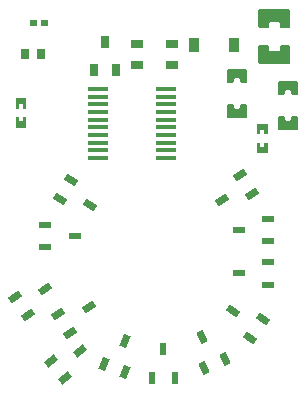
<source format=gtp>
G04 Layer: TopPasteMaskLayer*
G04 EasyEDA v6.5.48, 2025-02-28 21:12:29*
G04 f07ec6733612464396c25f3e913e17d3,f6e0bafd38ec4930a7932960837fbf78,10*
G04 Gerber Generator version 0.2*
G04 Scale: 100 percent, Rotated: No, Reflected: No *
G04 Dimensions in millimeters *
G04 leading zeros omitted , absolute positions ,4 integer and 5 decimal *
%FSLAX45Y45*%
%MOMM*%

%AMMACRO1*21,1,$1,$2,0,0,$3*%
%ADD10R,0.8000X0.9000*%
%ADD11R,0.9500X1.1500*%
%ADD12R,0.8000X1.0000*%
%ADD13MACRO1,1.0699X0.5999X147.9972*%
%ADD14MACRO1,1.07X0.5999X147.9971*%
%ADD15MACRO1,1.07X0.6001X148.0005*%
%ADD16MACRO1,1.07X0.6001X-65.9984*%
%ADD17MACRO1,1.07X0.6X-65.9965*%
%ADD18MACRO1,1.07X0.6X-66.0015*%
%ADD19MACRO1,1.07X0.6X-143.9995*%
%ADD20MACRO1,1.07X0.6X-144.0003*%
%ADD21MACRO1,1.07X0.6X-143.9992*%
%ADD22R,0.6000X1.0700*%
%ADD23MACRO1,1.07X0.6001X-110.9967*%
%ADD24MACRO1,1.07X0.6X-110.9987*%
%ADD25MACRO1,1.0699X0.6X-111.0002*%
%ADD26MACRO1,1.07X0.6X-141.0008*%
%ADD27MACRO1,1.07X0.6X-140.9997*%
%ADD28MACRO1,1.07X0.6X-141.0014*%
%ADD29R,1.0700X0.6000*%
%ADD30MACRO1,1.07X0.6X-36.0005*%
%ADD31MACRO1,1.07X0.6X-35.9986*%
%ADD32MACRO1,1.07X0.6X-36.0019*%
%ADD33MACRO1,1.07X0.6X-146.9976*%
%ADD34MACRO1,1.07X0.6X-147.0018*%
%ADD35MACRO1,1.07X0.6X-147.0007*%
%ADD36MACRO1,1.07X0.5999X33.0009*%
%ADD37MACRO1,1.07X0.5999X32.9956*%
%ADD38MACRO1,1.07X0.6X32.9956*%
%ADD39R,1.0000X0.6500*%
%ADD40O,1.7420082X0.36400740000000004*%

%LPD*%
G36*
X2148281Y-400202D02*
G01*
X2138324Y-410209D01*
X2138324Y-553720D01*
X2148281Y-563676D01*
X2398318Y-563676D01*
X2408275Y-553720D01*
X2408275Y-410209D01*
X2398318Y-400202D01*
X2329180Y-400202D01*
X2319223Y-410209D01*
X2319223Y-445770D01*
X2309215Y-455777D01*
X2237384Y-455777D01*
X2227376Y-445770D01*
X2227376Y-410209D01*
X2217420Y-400202D01*
G37*
G36*
X2148281Y-96723D02*
G01*
X2138324Y-106680D01*
X2138324Y-250190D01*
X2148281Y-260197D01*
X2217420Y-260197D01*
X2227376Y-250190D01*
X2227376Y-214629D01*
X2237384Y-204622D01*
X2309215Y-204622D01*
X2319223Y-214629D01*
X2319223Y-250190D01*
X2329180Y-260197D01*
X2398318Y-260197D01*
X2408275Y-250190D01*
X2408275Y-106680D01*
X2398318Y-96723D01*
G37*
G36*
X304393Y-188417D02*
G01*
X297383Y-193395D01*
X297383Y-238404D01*
X304393Y-243382D01*
X352399Y-243382D01*
X357378Y-238404D01*
X357378Y-193395D01*
X352399Y-188417D01*
G37*
G36*
X206400Y-188417D02*
G01*
X201422Y-193395D01*
X201422Y-238404D01*
X206400Y-243382D01*
X254406Y-243382D01*
X261416Y-238404D01*
X261416Y-193395D01*
X254406Y-188417D01*
G37*
G36*
X2131720Y-1069289D02*
G01*
X2126691Y-1074318D01*
X2126691Y-1154277D01*
X2131720Y-1159306D01*
X2154478Y-1159306D01*
X2154478Y-1122273D01*
X2187498Y-1122273D01*
X2187498Y-1159306D01*
X2211679Y-1159306D01*
X2216708Y-1154277D01*
X2216708Y-1074318D01*
X2211679Y-1069289D01*
G37*
G36*
X2131720Y-1229309D02*
G01*
X2126691Y-1234287D01*
X2126691Y-1313281D01*
X2131720Y-1318310D01*
X2211679Y-1318310D01*
X2216708Y-1313281D01*
X2216708Y-1234287D01*
X2211679Y-1229309D01*
X2187498Y-1229309D01*
X2187498Y-1267307D01*
X2154478Y-1267307D01*
X2154478Y-1229309D01*
G37*
G36*
X87020Y-1012393D02*
G01*
X81991Y-1017422D01*
X81991Y-1097381D01*
X87020Y-1102410D01*
X166979Y-1102410D01*
X172008Y-1097381D01*
X172008Y-1017422D01*
X166979Y-1012393D01*
X144221Y-1012393D01*
X144221Y-1049426D01*
X111201Y-1049426D01*
X111201Y-1012393D01*
G37*
G36*
X87020Y-853389D02*
G01*
X81991Y-858418D01*
X81991Y-937412D01*
X87020Y-942390D01*
X111201Y-942390D01*
X111201Y-904392D01*
X144221Y-904392D01*
X144221Y-942390D01*
X166979Y-942390D01*
X172008Y-937412D01*
X172008Y-858418D01*
X166979Y-853389D01*
G37*
G36*
X1880768Y-900277D02*
G01*
X1870760Y-910285D01*
X1870760Y-1011072D01*
X1880768Y-1021029D01*
X2030831Y-1021029D01*
X2040839Y-1011072D01*
X2040839Y-910285D01*
X2030831Y-900277D01*
X1994712Y-900277D01*
X1984705Y-910285D01*
X1984705Y-931367D01*
X1974697Y-941374D01*
X1936902Y-941374D01*
X1926894Y-931367D01*
X1926894Y-910285D01*
X1916887Y-900277D01*
G37*
G36*
X1880768Y-604570D02*
G01*
X1870760Y-614527D01*
X1870760Y-715314D01*
X1880768Y-725322D01*
X1916887Y-725322D01*
X1926894Y-715314D01*
X1926894Y-694232D01*
X1936902Y-684225D01*
X1974697Y-684225D01*
X1984705Y-694232D01*
X1984705Y-715314D01*
X1994712Y-725322D01*
X2030831Y-725322D01*
X2040839Y-715314D01*
X2040839Y-614527D01*
X2030831Y-604570D01*
G37*
G36*
X2312568Y-706170D02*
G01*
X2302560Y-716127D01*
X2302560Y-816914D01*
X2312568Y-826922D01*
X2348687Y-826922D01*
X2358694Y-816914D01*
X2358694Y-795832D01*
X2368702Y-785825D01*
X2406497Y-785825D01*
X2416505Y-795832D01*
X2416505Y-816914D01*
X2426512Y-826922D01*
X2462631Y-826922D01*
X2472639Y-816914D01*
X2472639Y-716127D01*
X2462631Y-706170D01*
G37*
G36*
X2312568Y-1001877D02*
G01*
X2302560Y-1011885D01*
X2302560Y-1112672D01*
X2312568Y-1122629D01*
X2462631Y-1122629D01*
X2472639Y-1112672D01*
X2472639Y-1011885D01*
X2462631Y-1001877D01*
X2426512Y-1001877D01*
X2416505Y-1011885D01*
X2416505Y-1032967D01*
X2406497Y-1042974D01*
X2368702Y-1042974D01*
X2358694Y-1032967D01*
X2358694Y-1011885D01*
X2348687Y-1001877D01*
G37*
D10*
G01*
X158597Y-482600D03*
G01*
X298602Y-482600D03*
D11*
G01*
X1596059Y-406400D03*
G01*
X1934540Y-406400D03*
D12*
G01*
X933195Y-610311D03*
G01*
X838200Y-380288D03*
G01*
X743204Y-610311D03*
D13*
G01*
X555203Y-1543094D03*
D14*
G01*
X454524Y-1704219D03*
D15*
G01*
X714334Y-1754543D03*
D16*
G01*
X1677946Y-3135960D03*
D17*
G01*
X1851512Y-3058684D03*
D18*
G01*
X1664266Y-2871678D03*
D19*
G01*
X72849Y-2535737D03*
D20*
G01*
X184523Y-2689444D03*
D21*
G01*
X328513Y-2467408D03*
D22*
G01*
X1238504Y-3222294D03*
G01*
X1428495Y-3222294D03*
G01*
X1333500Y-2975305D03*
D23*
G01*
X832252Y-3103854D03*
D24*
G01*
X1009627Y-3171938D03*
D25*
G01*
X1009458Y-2907303D03*
D26*
G01*
X377639Y-3077295D03*
D27*
G01*
X497205Y-3224946D03*
D28*
G01*
X629378Y-2995679D03*
D29*
G01*
X2218994Y-2063495D03*
G01*
X2218994Y-1873504D03*
G01*
X1972005Y-1968500D03*
G01*
X2218994Y-2431795D03*
G01*
X2218994Y-2241804D03*
G01*
X1972005Y-2336800D03*
G01*
X333705Y-1924304D03*
G01*
X333705Y-2114295D03*
G01*
X580694Y-2019300D03*
D30*
G01*
X2063376Y-2879943D03*
D31*
G01*
X2175048Y-2726239D03*
D32*
G01*
X1919386Y-2657905D03*
D33*
G01*
X441581Y-2679989D03*
D34*
G01*
X545063Y-2839335D03*
D35*
G01*
X700473Y-2625138D03*
D36*
G01*
X2085713Y-1663406D03*
D37*
G01*
X1982237Y-1504064D03*
D38*
G01*
X1826823Y-1718263D03*
D39*
G01*
X1107312Y-573608D03*
G01*
X1107312Y-391591D03*
G01*
X1407312Y-391591D03*
G01*
X1407312Y-573608D03*
D40*
G01*
X779703Y-774293D03*
G01*
X779703Y-839292D03*
G01*
X779703Y-904290D03*
G01*
X779703Y-969289D03*
G01*
X779703Y-1034313D03*
G01*
X779703Y-1099312D03*
G01*
X779703Y-1164310D03*
G01*
X779703Y-1229309D03*
G01*
X779703Y-1294307D03*
G01*
X779703Y-1359306D03*
G01*
X1353896Y-774293D03*
G01*
X1353896Y-839292D03*
G01*
X1353896Y-904290D03*
G01*
X1353896Y-969289D03*
G01*
X1353896Y-1034313D03*
G01*
X1353896Y-1099312D03*
G01*
X1353896Y-1164310D03*
G01*
X1353896Y-1229309D03*
G01*
X1353896Y-1294307D03*
G01*
X1353896Y-1359306D03*
M02*

</source>
